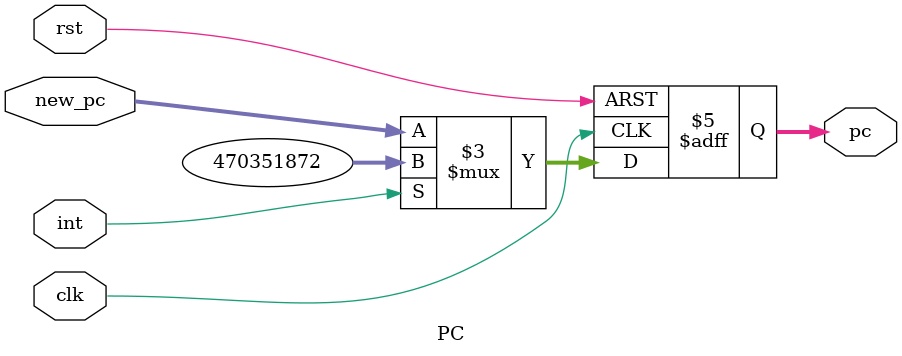
<source format=v>
`include "src/include/InstSpec.v"

module PC(
    input clk,
    input rst,
    input int,
    input [31:0] new_pc,
    output reg [31:0] pc
);

always @(posedge clk, posedge rst) begin
    if (rst) begin
        `ifdef IS_SIMULATION
        $fdisplay(sccomp_tb.foutput, "PC <= %h", 32'h0000_0000);
        `endif
        pc <= 32'h0000_0000;
    end else if (int) begin
        `ifdef IS_SIMULATION
        $fdisplay(sccomp_tb.foutput, "PC <= %h", 32'h1C09_0000);
        `endif
        pc <= 32'h1C09_0000;
    end else begin
        `ifdef IS_SIMULATION
        $fdisplay(sccomp_tb.foutput, "PC <= %h", new_pc);
        `endif
        pc <= new_pc;
    end
end

endmodule

</source>
